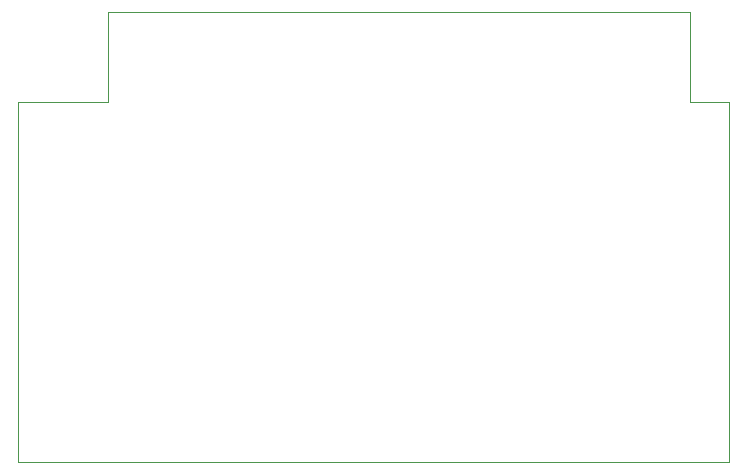
<source format=gbr>
%FSLAX46Y46*%
G04 Gerber Fmt 4.6, Leading zero omitted, Abs format (unit mm)*
G04 Created by KiCad (PCBNEW (2014-10-27 BZR 5228)-product) date 2/24/2015 8:35:32 PM*
%MOMM*%
G01*
G04 APERTURE LIST*
%ADD10C,0.100000*%
G04 APERTURE END LIST*
D10*
X56896000Y0D02*
X7620000Y0D01*
X56896000Y-7620000D02*
X56896000Y0D01*
X60198000Y-7620000D02*
X56896000Y-7620000D01*
X60198000Y-38100000D02*
X60198000Y-7620000D01*
X0Y-38100000D02*
X60198000Y-38100000D01*
X0Y-38100000D02*
X0Y-7620000D01*
X7620000Y-7620000D02*
X0Y-7620000D01*
X7620000Y0D02*
X7620000Y-7620000D01*
M02*

</source>
